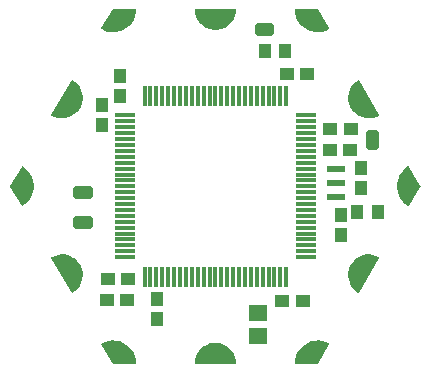
<source format=gbr>
G04 EAGLE Gerber RS-274X export*
G75*
%MOMM*%
%FSLAX34Y34*%
%LPD*%
%INSoldermask Bottom*%
%IPPOS*%
%AMOC8*
5,1,8,0,0,1.08239X$1,22.5*%
G01*
%ADD10R,1.101600X1.201600*%
%ADD11R,1.601600X1.401600*%
%ADD12R,1.201600X1.101600*%
%ADD13C,0.605878*%
%ADD14C,1.101600*%
%ADD15R,1.501597X0.501600*%
%ADD16R,1.660400X0.381600*%
%ADD17R,0.381600X1.660400*%

G36*
X363231Y195709D02*
X363231Y195709D01*
X363260Y195706D01*
X363327Y195728D01*
X363397Y195742D01*
X363421Y195759D01*
X363449Y195768D01*
X363502Y195815D01*
X363561Y195855D01*
X363577Y195879D01*
X363599Y195899D01*
X363630Y195963D01*
X363668Y196022D01*
X363673Y196051D01*
X363685Y196077D01*
X363694Y196177D01*
X363701Y196219D01*
X363698Y196229D01*
X363700Y196243D01*
X363468Y199041D01*
X363458Y199075D01*
X363454Y199123D01*
X362765Y201844D01*
X362750Y201876D01*
X362738Y201922D01*
X361610Y204494D01*
X361590Y204522D01*
X361571Y204566D01*
X360035Y206917D01*
X360011Y206941D01*
X359985Y206982D01*
X358083Y209047D01*
X358055Y209068D01*
X358022Y209103D01*
X355807Y210828D01*
X355776Y210843D01*
X355738Y210873D01*
X353268Y212209D01*
X353235Y212219D01*
X353193Y212242D01*
X352007Y212650D01*
X350553Y213149D01*
X350537Y213154D01*
X350503Y213159D01*
X350457Y213174D01*
X347688Y213636D01*
X347653Y213635D01*
X347606Y213643D01*
X344798Y213643D01*
X344764Y213636D01*
X344716Y213636D01*
X341947Y213174D01*
X341914Y213162D01*
X341867Y213154D01*
X339211Y212242D01*
X339181Y212225D01*
X339136Y212209D01*
X336666Y210873D01*
X336640Y210851D01*
X336597Y210828D01*
X334382Y209103D01*
X334359Y209077D01*
X334321Y209047D01*
X332419Y206982D01*
X332401Y206952D01*
X332369Y206917D01*
X330833Y204566D01*
X330820Y204534D01*
X330794Y204494D01*
X329666Y201922D01*
X329659Y201889D01*
X329656Y201882D01*
X329650Y201873D01*
X329649Y201867D01*
X329639Y201844D01*
X328950Y199123D01*
X328948Y199088D01*
X328936Y199041D01*
X328704Y196243D01*
X328708Y196214D01*
X328703Y196185D01*
X328720Y196116D01*
X328728Y196046D01*
X328742Y196020D01*
X328749Y195992D01*
X328791Y195935D01*
X328826Y195873D01*
X328850Y195855D01*
X328867Y195832D01*
X328928Y195796D01*
X328985Y195753D01*
X329013Y195745D01*
X329038Y195730D01*
X329136Y195714D01*
X329177Y195703D01*
X329188Y195705D01*
X329202Y195703D01*
X363202Y195703D01*
X363231Y195709D01*
G37*
G36*
X347640Y478768D02*
X347640Y478768D01*
X347688Y478768D01*
X350457Y479230D01*
X350490Y479242D01*
X350537Y479250D01*
X353193Y480162D01*
X353223Y480179D01*
X353268Y480195D01*
X355738Y481531D01*
X355764Y481553D01*
X355807Y481576D01*
X358022Y483301D01*
X358045Y483327D01*
X358083Y483357D01*
X359985Y485422D01*
X360003Y485452D01*
X360035Y485487D01*
X361571Y487838D01*
X361584Y487870D01*
X361610Y487910D01*
X362738Y490482D01*
X362745Y490515D01*
X362765Y490560D01*
X363454Y493281D01*
X363456Y493316D01*
X363468Y493363D01*
X363700Y496161D01*
X363696Y496190D01*
X363701Y496219D01*
X363685Y496288D01*
X363676Y496358D01*
X363662Y496384D01*
X363655Y496412D01*
X363613Y496469D01*
X363578Y496531D01*
X363554Y496549D01*
X363537Y496572D01*
X363476Y496608D01*
X363419Y496651D01*
X363391Y496659D01*
X363366Y496674D01*
X363268Y496690D01*
X363227Y496701D01*
X363216Y496699D01*
X363202Y496701D01*
X329202Y496701D01*
X329173Y496695D01*
X329144Y496698D01*
X329077Y496676D01*
X329007Y496662D01*
X328983Y496645D01*
X328955Y496636D01*
X328902Y496589D01*
X328843Y496549D01*
X328828Y496525D01*
X328806Y496505D01*
X328774Y496441D01*
X328736Y496382D01*
X328731Y496353D01*
X328719Y496327D01*
X328710Y496227D01*
X328703Y496185D01*
X328706Y496175D01*
X328704Y496161D01*
X328936Y493363D01*
X328946Y493329D01*
X328950Y493281D01*
X329639Y490560D01*
X329654Y490528D01*
X329666Y490482D01*
X330794Y487910D01*
X330814Y487882D01*
X330833Y487838D01*
X332369Y485487D01*
X332393Y485463D01*
X332419Y485422D01*
X334321Y483357D01*
X334349Y483336D01*
X334382Y483301D01*
X336597Y481576D01*
X336628Y481561D01*
X336666Y481531D01*
X339136Y480195D01*
X339169Y480185D01*
X339211Y480162D01*
X341867Y479250D01*
X341901Y479246D01*
X341947Y479230D01*
X344716Y478768D01*
X344751Y478769D01*
X344798Y478761D01*
X347606Y478761D01*
X347640Y478768D01*
G37*
G36*
X224809Y256012D02*
X224809Y256012D01*
X224880Y256009D01*
X224907Y256019D01*
X224936Y256021D01*
X225026Y256063D01*
X225066Y256078D01*
X225074Y256086D01*
X225087Y256092D01*
X227390Y257691D01*
X227414Y257717D01*
X227454Y257744D01*
X229463Y259701D01*
X229482Y259730D01*
X229517Y259763D01*
X231176Y262024D01*
X231191Y262055D01*
X231220Y262094D01*
X232484Y264597D01*
X232493Y264631D01*
X232515Y264674D01*
X233351Y267351D01*
X233354Y267385D01*
X233369Y267431D01*
X233752Y270210D01*
X233750Y270244D01*
X233756Y270292D01*
X233677Y273095D01*
X233669Y273129D01*
X233668Y273177D01*
X233129Y275929D01*
X233115Y275961D01*
X233106Y276009D01*
X232121Y278634D01*
X232106Y278659D01*
X232101Y278679D01*
X232093Y278690D01*
X232086Y278709D01*
X230682Y281137D01*
X230659Y281163D01*
X230635Y281205D01*
X228851Y283368D01*
X228824Y283390D01*
X228793Y283427D01*
X226677Y285268D01*
X226647Y285285D01*
X226611Y285317D01*
X224220Y286784D01*
X224188Y286795D01*
X224147Y286821D01*
X221548Y287874D01*
X221514Y287881D01*
X221469Y287899D01*
X218732Y288510D01*
X218697Y288511D01*
X218650Y288522D01*
X215850Y288674D01*
X215816Y288669D01*
X215768Y288672D01*
X212980Y288362D01*
X212947Y288351D01*
X212899Y288346D01*
X210201Y287581D01*
X210171Y287565D01*
X210124Y287552D01*
X207589Y286353D01*
X207565Y286336D01*
X207538Y286326D01*
X207486Y286277D01*
X207429Y286234D01*
X207415Y286209D01*
X207394Y286189D01*
X207365Y286124D01*
X207329Y286063D01*
X207326Y286034D01*
X207314Y286007D01*
X207313Y285936D01*
X207304Y285865D01*
X207312Y285837D01*
X207312Y285808D01*
X207346Y285715D01*
X207358Y285674D01*
X207365Y285665D01*
X207370Y285652D01*
X224370Y256252D01*
X224389Y256230D01*
X224402Y256204D01*
X224455Y256156D01*
X224502Y256103D01*
X224528Y256091D01*
X224550Y256071D01*
X224617Y256048D01*
X224681Y256018D01*
X224710Y256016D01*
X224738Y256007D01*
X224809Y256012D01*
G37*
G36*
X476588Y403735D02*
X476588Y403735D01*
X476636Y403732D01*
X479424Y404042D01*
X479457Y404053D01*
X479505Y404058D01*
X482203Y404823D01*
X482233Y404839D01*
X482280Y404852D01*
X484815Y406051D01*
X484839Y406068D01*
X484866Y406078D01*
X484918Y406127D01*
X484975Y406170D01*
X484989Y406195D01*
X485011Y406215D01*
X485039Y406280D01*
X485075Y406342D01*
X485078Y406370D01*
X485090Y406397D01*
X485091Y406468D01*
X485100Y406539D01*
X485092Y406567D01*
X485092Y406596D01*
X485058Y406689D01*
X485046Y406730D01*
X485039Y406739D01*
X485034Y406752D01*
X468034Y436152D01*
X468015Y436174D01*
X468002Y436200D01*
X467949Y436248D01*
X467902Y436301D01*
X467876Y436313D01*
X467854Y436333D01*
X467787Y436356D01*
X467723Y436386D01*
X467694Y436388D01*
X467666Y436397D01*
X467595Y436392D01*
X467524Y436395D01*
X467497Y436385D01*
X467468Y436383D01*
X467378Y436341D01*
X467338Y436326D01*
X467330Y436318D01*
X467317Y436312D01*
X465014Y434713D01*
X464990Y434688D01*
X464950Y434660D01*
X462941Y432703D01*
X462922Y432674D01*
X462887Y432641D01*
X461228Y430380D01*
X461213Y430349D01*
X461184Y430310D01*
X459920Y427807D01*
X459911Y427773D01*
X459889Y427730D01*
X459053Y425053D01*
X459050Y425019D01*
X459035Y424973D01*
X458652Y422194D01*
X458654Y422160D01*
X458648Y422112D01*
X458727Y419309D01*
X458735Y419275D01*
X458736Y419227D01*
X459275Y416475D01*
X459289Y416443D01*
X459298Y416395D01*
X460283Y413770D01*
X460301Y413740D01*
X460318Y413695D01*
X461722Y411267D01*
X461745Y411241D01*
X461769Y411200D01*
X463553Y409036D01*
X463580Y409014D01*
X463611Y408977D01*
X465727Y407136D01*
X465757Y407119D01*
X465793Y407088D01*
X468184Y405620D01*
X468216Y405609D01*
X468257Y405583D01*
X470856Y404530D01*
X470890Y404523D01*
X470935Y404505D01*
X473672Y403894D01*
X473707Y403893D01*
X473754Y403882D01*
X476554Y403730D01*
X476588Y403735D01*
G37*
G36*
X467628Y256013D02*
X467628Y256013D01*
X467699Y256012D01*
X467726Y256023D01*
X467755Y256027D01*
X467817Y256061D01*
X467882Y256089D01*
X467903Y256110D01*
X467928Y256124D01*
X467991Y256200D01*
X468021Y256231D01*
X468025Y256241D01*
X468034Y256252D01*
X485034Y285652D01*
X485043Y285680D01*
X485060Y285704D01*
X485075Y285773D01*
X485097Y285841D01*
X485095Y285870D01*
X485101Y285898D01*
X485088Y285968D01*
X485082Y286039D01*
X485069Y286065D01*
X485063Y286093D01*
X485023Y286152D01*
X484991Y286215D01*
X484968Y286234D01*
X484952Y286258D01*
X484870Y286315D01*
X484837Y286342D01*
X484827Y286345D01*
X484815Y286353D01*
X482280Y287552D01*
X482246Y287560D01*
X482203Y287581D01*
X479505Y288346D01*
X479470Y288348D01*
X479424Y288362D01*
X476636Y288672D01*
X476602Y288669D01*
X476554Y288674D01*
X473754Y288522D01*
X473720Y288513D01*
X473672Y288510D01*
X470935Y287899D01*
X470903Y287885D01*
X470856Y287874D01*
X468257Y286821D01*
X468228Y286802D01*
X468184Y286784D01*
X465793Y285317D01*
X465768Y285293D01*
X465727Y285268D01*
X463611Y283427D01*
X463590Y283400D01*
X463553Y283368D01*
X461769Y281205D01*
X461753Y281174D01*
X461722Y281137D01*
X460318Y278709D01*
X460307Y278676D01*
X460300Y278663D01*
X460290Y278649D01*
X460290Y278646D01*
X460283Y278634D01*
X459298Y276009D01*
X459292Y275974D01*
X459275Y275929D01*
X458736Y273177D01*
X458736Y273143D01*
X458727Y273095D01*
X458648Y270292D01*
X458654Y270258D01*
X458652Y270210D01*
X459035Y267431D01*
X459047Y267399D01*
X459053Y267351D01*
X459889Y264674D01*
X459906Y264643D01*
X459920Y264597D01*
X461184Y262094D01*
X461206Y262067D01*
X461228Y262024D01*
X462887Y259763D01*
X462913Y259740D01*
X462941Y259701D01*
X464950Y257744D01*
X464979Y257725D01*
X465014Y257691D01*
X467317Y256092D01*
X467344Y256080D01*
X467367Y256062D01*
X467435Y256041D01*
X467500Y256013D01*
X467529Y256013D01*
X467557Y256005D01*
X467628Y256013D01*
G37*
G36*
X218650Y403882D02*
X218650Y403882D01*
X218684Y403891D01*
X218732Y403894D01*
X221469Y404505D01*
X221501Y404519D01*
X221548Y404530D01*
X224147Y405583D01*
X224176Y405602D01*
X224220Y405620D01*
X226611Y407088D01*
X226636Y407111D01*
X226677Y407136D01*
X228793Y408977D01*
X228814Y409004D01*
X228851Y409036D01*
X230635Y411200D01*
X230651Y411230D01*
X230682Y411267D01*
X232086Y413695D01*
X232097Y413728D01*
X232121Y413770D01*
X233106Y416395D01*
X233112Y416430D01*
X233129Y416475D01*
X233668Y419227D01*
X233668Y419262D01*
X233677Y419309D01*
X233756Y422112D01*
X233751Y422146D01*
X233752Y422194D01*
X233369Y424973D01*
X233357Y425005D01*
X233351Y425053D01*
X232515Y427730D01*
X232498Y427761D01*
X232484Y427807D01*
X231220Y430310D01*
X231198Y430337D01*
X231176Y430380D01*
X229517Y432641D01*
X229491Y432664D01*
X229463Y432703D01*
X227454Y434660D01*
X227425Y434679D01*
X227390Y434713D01*
X225087Y436312D01*
X225060Y436324D01*
X225037Y436342D01*
X224969Y436363D01*
X224904Y436391D01*
X224875Y436391D01*
X224847Y436399D01*
X224776Y436391D01*
X224705Y436392D01*
X224678Y436381D01*
X224649Y436377D01*
X224587Y436343D01*
X224522Y436315D01*
X224501Y436294D01*
X224476Y436280D01*
X224413Y436204D01*
X224383Y436173D01*
X224379Y436163D01*
X224370Y436152D01*
X207370Y406752D01*
X207361Y406724D01*
X207344Y406700D01*
X207329Y406631D01*
X207307Y406563D01*
X207309Y406534D01*
X207303Y406506D01*
X207316Y406436D01*
X207322Y406365D01*
X207335Y406339D01*
X207341Y406311D01*
X207381Y406252D01*
X207413Y406189D01*
X207436Y406170D01*
X207452Y406146D01*
X207534Y406089D01*
X207567Y406062D01*
X207577Y406059D01*
X207589Y406051D01*
X210124Y404852D01*
X210158Y404844D01*
X210201Y404823D01*
X212899Y404058D01*
X212934Y404056D01*
X212980Y404042D01*
X215768Y403732D01*
X215802Y403735D01*
X215850Y403730D01*
X218650Y403882D01*
G37*
G36*
X509929Y329213D02*
X509929Y329213D01*
X510000Y329213D01*
X510027Y329224D01*
X510056Y329227D01*
X510118Y329262D01*
X510183Y329290D01*
X510204Y329310D01*
X510229Y329325D01*
X510292Y329402D01*
X510322Y329432D01*
X510326Y329442D01*
X510335Y329453D01*
X519835Y345953D01*
X519845Y345985D01*
X519854Y345998D01*
X519858Y346022D01*
X519859Y346026D01*
X519890Y346096D01*
X519890Y346120D01*
X519898Y346142D01*
X519892Y346218D01*
X519893Y346295D01*
X519883Y346319D01*
X519882Y346340D01*
X519861Y346379D01*
X519835Y346451D01*
X510335Y362951D01*
X510316Y362973D01*
X510303Y362999D01*
X510250Y363047D01*
X510203Y363100D01*
X510177Y363113D01*
X510156Y363132D01*
X510088Y363155D01*
X510024Y363186D01*
X509995Y363188D01*
X509968Y363197D01*
X509896Y363192D01*
X509825Y363195D01*
X509798Y363185D01*
X509769Y363183D01*
X509679Y363141D01*
X509639Y363126D01*
X509631Y363119D01*
X509618Y363113D01*
X507095Y361371D01*
X507071Y361347D01*
X507033Y361320D01*
X504821Y359196D01*
X504802Y359168D01*
X504768Y359136D01*
X502926Y356685D01*
X502912Y356654D01*
X502883Y356617D01*
X501458Y353902D01*
X501449Y353871D01*
X501433Y353846D01*
X501432Y353838D01*
X501427Y353828D01*
X500456Y350920D01*
X500452Y350886D01*
X500437Y350842D01*
X499945Y347815D01*
X499946Y347781D01*
X499938Y347735D01*
X499938Y344669D01*
X499939Y344665D01*
X499939Y344663D01*
X499945Y344636D01*
X499945Y344589D01*
X500437Y341562D01*
X500449Y341531D01*
X500456Y341484D01*
X501427Y338576D01*
X501444Y338547D01*
X501458Y338502D01*
X502883Y335787D01*
X502905Y335761D01*
X502926Y335719D01*
X504768Y333268D01*
X504793Y333245D01*
X504821Y333208D01*
X507033Y331084D01*
X507061Y331066D01*
X507095Y331033D01*
X509618Y329291D01*
X509645Y329280D01*
X509667Y329261D01*
X509736Y329241D01*
X509801Y329213D01*
X509830Y329213D01*
X509858Y329205D01*
X509929Y329213D01*
G37*
G36*
X182508Y329212D02*
X182508Y329212D01*
X182579Y329209D01*
X182606Y329219D01*
X182635Y329221D01*
X182725Y329263D01*
X182765Y329278D01*
X182773Y329285D01*
X182786Y329291D01*
X185309Y331033D01*
X185333Y331057D01*
X185371Y331084D01*
X187583Y333208D01*
X187602Y333236D01*
X187636Y333268D01*
X189478Y335719D01*
X189492Y335750D01*
X189521Y335787D01*
X190946Y338502D01*
X190955Y338535D01*
X190977Y338576D01*
X191948Y341484D01*
X191952Y341518D01*
X191967Y341562D01*
X192459Y344589D01*
X192458Y344623D01*
X192466Y344669D01*
X192466Y347735D01*
X192459Y347768D01*
X192459Y347815D01*
X191967Y350842D01*
X191955Y350873D01*
X191948Y350920D01*
X190977Y353828D01*
X190964Y353851D01*
X190958Y353876D01*
X190951Y353885D01*
X190946Y353902D01*
X189521Y356617D01*
X189499Y356643D01*
X189478Y356685D01*
X187636Y359136D01*
X187611Y359159D01*
X187583Y359196D01*
X185371Y361320D01*
X185343Y361338D01*
X185309Y361371D01*
X182786Y363113D01*
X182759Y363124D01*
X182737Y363143D01*
X182668Y363163D01*
X182603Y363191D01*
X182574Y363191D01*
X182546Y363199D01*
X182475Y363191D01*
X182404Y363192D01*
X182377Y363180D01*
X182348Y363177D01*
X182286Y363142D01*
X182221Y363114D01*
X182200Y363094D01*
X182175Y363079D01*
X182112Y363002D01*
X182082Y362972D01*
X182078Y362962D01*
X182069Y362951D01*
X172569Y346451D01*
X172545Y346378D01*
X172514Y346308D01*
X172514Y346284D01*
X172506Y346262D01*
X172513Y346186D01*
X172512Y346109D01*
X172521Y346085D01*
X172522Y346064D01*
X172543Y346025D01*
X172562Y345973D01*
X172563Y345967D01*
X172565Y345965D01*
X172569Y345953D01*
X182069Y329453D01*
X182088Y329431D01*
X182101Y329405D01*
X182154Y329357D01*
X182201Y329304D01*
X182227Y329291D01*
X182249Y329272D01*
X182316Y329249D01*
X182380Y329218D01*
X182409Y329217D01*
X182436Y329207D01*
X182508Y329212D01*
G37*
G36*
X432878Y195718D02*
X432878Y195718D01*
X432956Y195727D01*
X432975Y195738D01*
X432997Y195742D01*
X433061Y195786D01*
X433129Y195825D01*
X433145Y195844D01*
X433161Y195855D01*
X433185Y195893D01*
X433235Y195953D01*
X442735Y212453D01*
X442744Y212480D01*
X442760Y212504D01*
X442775Y212574D01*
X442798Y212642D01*
X442795Y212670D01*
X442801Y212698D01*
X442788Y212769D01*
X442782Y212840D01*
X442769Y212865D01*
X442763Y212893D01*
X442723Y212953D01*
X442690Y213016D01*
X442668Y213034D01*
X442652Y213058D01*
X442569Y213116D01*
X442537Y213143D01*
X442526Y213146D01*
X442516Y213153D01*
X439750Y214462D01*
X439717Y214470D01*
X439674Y214490D01*
X436734Y215338D01*
X436700Y215341D01*
X436656Y215354D01*
X433618Y215719D01*
X433584Y215716D01*
X433537Y215722D01*
X430480Y215595D01*
X430447Y215587D01*
X430400Y215586D01*
X427403Y214970D01*
X427372Y214957D01*
X427326Y214948D01*
X424466Y213859D01*
X424438Y213841D01*
X424394Y213825D01*
X421746Y212291D01*
X421720Y212269D01*
X421680Y212246D01*
X419312Y210308D01*
X419290Y210281D01*
X419254Y210252D01*
X417227Y207959D01*
X417211Y207930D01*
X417179Y207895D01*
X415547Y205307D01*
X415535Y205275D01*
X415510Y205236D01*
X414314Y202419D01*
X414307Y202386D01*
X414304Y202379D01*
X414300Y202373D01*
X414299Y202367D01*
X414288Y202343D01*
X413560Y199371D01*
X413558Y199337D01*
X413547Y199292D01*
X413304Y196242D01*
X413308Y196213D01*
X413303Y196185D01*
X413320Y196116D01*
X413328Y196044D01*
X413343Y196020D01*
X413349Y195992D01*
X413392Y195934D01*
X413428Y195872D01*
X413450Y195855D01*
X413467Y195832D01*
X413529Y195795D01*
X413586Y195752D01*
X413614Y195745D01*
X413638Y195730D01*
X413738Y195714D01*
X413779Y195703D01*
X413789Y195705D01*
X413802Y195703D01*
X432802Y195703D01*
X432878Y195718D01*
G37*
G36*
X433571Y476687D02*
X433571Y476687D01*
X433618Y476685D01*
X436656Y477050D01*
X436688Y477061D01*
X436734Y477066D01*
X439674Y477914D01*
X439704Y477930D01*
X439750Y477942D01*
X442516Y479251D01*
X442538Y479268D01*
X442565Y479278D01*
X442617Y479327D01*
X442675Y479370D01*
X442689Y479395D01*
X442710Y479414D01*
X442739Y479480D01*
X442775Y479542D01*
X442778Y479570D01*
X442790Y479596D01*
X442791Y479668D01*
X442800Y479739D01*
X442792Y479766D01*
X442793Y479795D01*
X442757Y479890D01*
X442746Y479930D01*
X442739Y479939D01*
X442735Y479951D01*
X433235Y496451D01*
X433183Y496510D01*
X433137Y496572D01*
X433118Y496583D01*
X433103Y496600D01*
X433033Y496634D01*
X432966Y496674D01*
X432942Y496678D01*
X432924Y496686D01*
X432879Y496688D01*
X432802Y496701D01*
X413802Y496701D01*
X413774Y496696D01*
X413746Y496698D01*
X413678Y496676D01*
X413607Y496662D01*
X413584Y496646D01*
X413557Y496637D01*
X413502Y496590D01*
X413443Y496549D01*
X413428Y496525D01*
X413407Y496507D01*
X413375Y496442D01*
X413336Y496382D01*
X413331Y496354D01*
X413319Y496328D01*
X413310Y496227D01*
X413303Y496185D01*
X413305Y496175D01*
X413304Y496162D01*
X413547Y493112D01*
X413556Y493080D01*
X413560Y493033D01*
X414288Y490061D01*
X414303Y490030D01*
X414314Y489985D01*
X415510Y487168D01*
X415529Y487140D01*
X415547Y487097D01*
X417179Y484509D01*
X417203Y484485D01*
X417227Y484445D01*
X419254Y482152D01*
X419281Y482132D01*
X419312Y482096D01*
X421680Y480158D01*
X421710Y480142D01*
X421746Y480113D01*
X424394Y478580D01*
X424426Y478569D01*
X424466Y478545D01*
X427326Y477457D01*
X427359Y477451D01*
X427403Y477434D01*
X430400Y476818D01*
X430434Y476818D01*
X430480Y476809D01*
X433537Y476682D01*
X433571Y476687D01*
G37*
G36*
X278630Y195708D02*
X278630Y195708D01*
X278658Y195706D01*
X278726Y195728D01*
X278797Y195742D01*
X278820Y195758D01*
X278847Y195767D01*
X278902Y195814D01*
X278961Y195855D01*
X278976Y195879D01*
X278998Y195897D01*
X279029Y195962D01*
X279068Y196022D01*
X279073Y196050D01*
X279085Y196076D01*
X279094Y196177D01*
X279101Y196219D01*
X279099Y196229D01*
X279100Y196242D01*
X278857Y199292D01*
X278848Y199324D01*
X278844Y199371D01*
X278116Y202343D01*
X278101Y202374D01*
X278090Y202419D01*
X276894Y205236D01*
X276875Y205264D01*
X276857Y205307D01*
X275225Y207895D01*
X275201Y207919D01*
X275177Y207959D01*
X273150Y210252D01*
X273123Y210272D01*
X273092Y210308D01*
X270725Y212246D01*
X270694Y212262D01*
X270658Y212291D01*
X268010Y213825D01*
X267978Y213835D01*
X267938Y213859D01*
X265078Y214948D01*
X265045Y214953D01*
X265001Y214970D01*
X262004Y215586D01*
X261970Y215586D01*
X261924Y215595D01*
X258867Y215722D01*
X258833Y215717D01*
X258786Y215719D01*
X255748Y215354D01*
X255716Y215343D01*
X255670Y215338D01*
X252730Y214490D01*
X252700Y214474D01*
X252655Y214462D01*
X249889Y213153D01*
X249866Y213136D01*
X249839Y213126D01*
X249787Y213077D01*
X249729Y213034D01*
X249715Y213009D01*
X249694Y212990D01*
X249665Y212924D01*
X249629Y212862D01*
X249626Y212834D01*
X249614Y212808D01*
X249613Y212736D01*
X249604Y212665D01*
X249612Y212638D01*
X249612Y212609D01*
X249647Y212514D01*
X249658Y212474D01*
X249665Y212465D01*
X249669Y212453D01*
X259169Y195953D01*
X259221Y195895D01*
X259267Y195832D01*
X259286Y195821D01*
X259301Y195804D01*
X259371Y195770D01*
X259438Y195730D01*
X259463Y195726D01*
X259480Y195718D01*
X259525Y195716D01*
X259602Y195703D01*
X278602Y195703D01*
X278630Y195708D01*
G37*
G36*
X261924Y476809D02*
X261924Y476809D01*
X261957Y476817D01*
X262004Y476818D01*
X265001Y477434D01*
X265032Y477447D01*
X265078Y477457D01*
X267938Y478545D01*
X267967Y478563D01*
X268010Y478580D01*
X270658Y480113D01*
X270684Y480135D01*
X270725Y480158D01*
X273092Y482096D01*
X273114Y482123D01*
X273150Y482152D01*
X275177Y484445D01*
X275194Y484474D01*
X275225Y484509D01*
X276857Y487097D01*
X276869Y487129D01*
X276894Y487168D01*
X278090Y489985D01*
X278097Y490018D01*
X278116Y490061D01*
X278844Y493033D01*
X278846Y493067D01*
X278857Y493112D01*
X279100Y496162D01*
X279096Y496191D01*
X279101Y496219D01*
X279084Y496288D01*
X279076Y496360D01*
X279062Y496384D01*
X279055Y496412D01*
X279012Y496470D01*
X278977Y496532D01*
X278954Y496549D01*
X278937Y496572D01*
X278875Y496609D01*
X278818Y496652D01*
X278790Y496659D01*
X278766Y496674D01*
X278666Y496690D01*
X278625Y496701D01*
X278615Y496699D01*
X278602Y496701D01*
X259602Y496701D01*
X259526Y496686D01*
X259448Y496677D01*
X259429Y496666D01*
X259407Y496662D01*
X259343Y496618D01*
X259275Y496579D01*
X259259Y496560D01*
X259243Y496549D01*
X259219Y496511D01*
X259169Y496451D01*
X249669Y479951D01*
X249660Y479924D01*
X249644Y479900D01*
X249629Y479830D01*
X249606Y479762D01*
X249609Y479734D01*
X249603Y479706D01*
X249617Y479636D01*
X249622Y479564D01*
X249635Y479539D01*
X249641Y479511D01*
X249681Y479451D01*
X249714Y479388D01*
X249736Y479370D01*
X249752Y479346D01*
X249835Y479288D01*
X249867Y479261D01*
X249878Y479258D01*
X249889Y479251D01*
X252655Y477942D01*
X252688Y477934D01*
X252730Y477914D01*
X255670Y477066D01*
X255704Y477063D01*
X255748Y477050D01*
X258786Y476685D01*
X258820Y476688D01*
X258867Y476682D01*
X261924Y476809D01*
G37*
D10*
X469301Y344560D03*
X469301Y361560D03*
X404920Y460756D03*
X387920Y460756D03*
D11*
X382524Y238862D03*
X382524Y219862D03*
D10*
X452120Y305344D03*
X452120Y322344D03*
X265176Y422792D03*
X265176Y439792D03*
D12*
X271898Y267462D03*
X254898Y267462D03*
X406790Y441706D03*
X423790Y441706D03*
X443112Y377190D03*
X460112Y377190D03*
D10*
X483480Y324866D03*
X466480Y324866D03*
D13*
X392829Y481777D02*
X381871Y481777D01*
X392829Y481777D02*
X392829Y476819D01*
X381871Y476819D01*
X381871Y481777D01*
X476311Y391051D02*
X476311Y380093D01*
X476311Y391051D02*
X481269Y391051D01*
X481269Y380093D01*
X476311Y380093D01*
X476311Y385849D02*
X481269Y385849D01*
D14*
X428802Y489302D03*
X511402Y346202D03*
X428802Y203102D03*
X263602Y203102D03*
X181002Y346202D03*
X263602Y489302D03*
X470102Y417702D03*
X470102Y274702D03*
X346202Y203102D03*
X222302Y274702D03*
X222302Y417702D03*
X346202Y489302D03*
D13*
X239159Y318709D02*
X228201Y318709D01*
X239159Y318709D02*
X239159Y313751D01*
X228201Y313751D01*
X228201Y318709D01*
X228201Y344109D02*
X239159Y344109D01*
X239159Y339151D01*
X228201Y339151D01*
X228201Y344109D01*
D15*
X448310Y361250D03*
X448310Y349250D03*
X448310Y337250D03*
D12*
X443620Y394970D03*
X460620Y394970D03*
X271644Y250190D03*
X254644Y250190D03*
X402980Y248920D03*
X419980Y248920D03*
D10*
X250190Y397900D03*
X250190Y414900D03*
X296672Y251070D03*
X296672Y234070D03*
D16*
X422985Y406202D03*
X422985Y401202D03*
X422985Y396202D03*
X422985Y391202D03*
X422985Y386202D03*
X422985Y381202D03*
X422985Y376202D03*
X422985Y371202D03*
X422985Y366202D03*
X422985Y361202D03*
X422985Y356202D03*
X422985Y351202D03*
X422985Y346202D03*
X422985Y341202D03*
X422985Y336202D03*
X422985Y331202D03*
X422985Y326202D03*
X422985Y321202D03*
X422985Y316202D03*
X422985Y311202D03*
X422985Y306202D03*
X422985Y301202D03*
X422985Y296202D03*
X422985Y291202D03*
X422985Y286202D03*
D17*
X406202Y269419D03*
X401202Y269419D03*
X396202Y269419D03*
X391202Y269419D03*
X386202Y269419D03*
X381202Y269419D03*
X376202Y269419D03*
X371202Y269419D03*
X366202Y269419D03*
X361202Y269419D03*
X356202Y269419D03*
X351202Y269419D03*
X346202Y269419D03*
X341202Y269419D03*
X336202Y269419D03*
X331202Y269419D03*
X326202Y269419D03*
X321202Y269419D03*
X316202Y269419D03*
X311202Y269419D03*
X306202Y269419D03*
X301202Y269419D03*
X296202Y269419D03*
X291202Y269419D03*
X286202Y269419D03*
D16*
X269419Y286202D03*
X269419Y291202D03*
X269419Y296202D03*
X269419Y301202D03*
X269419Y306202D03*
X269419Y311202D03*
X269419Y316202D03*
X269419Y321202D03*
X269419Y326202D03*
X269419Y331202D03*
X269419Y336202D03*
X269419Y341202D03*
X269419Y346202D03*
X269419Y351202D03*
X269419Y356202D03*
X269419Y361202D03*
X269419Y366202D03*
X269419Y371202D03*
X269419Y376202D03*
X269419Y381202D03*
X269419Y386202D03*
X269419Y391202D03*
X269419Y396202D03*
X269419Y401202D03*
X269419Y406202D03*
D17*
X286202Y422985D03*
X291202Y422985D03*
X296202Y422985D03*
X301202Y422985D03*
X306202Y422985D03*
X311202Y422985D03*
X316202Y422985D03*
X321202Y422985D03*
X326202Y422985D03*
X331202Y422985D03*
X336202Y422985D03*
X341202Y422985D03*
X346202Y422985D03*
X351202Y422985D03*
X356202Y422985D03*
X361202Y422985D03*
X366202Y422985D03*
X371202Y422985D03*
X376202Y422985D03*
X381202Y422985D03*
X386202Y422985D03*
X391202Y422985D03*
X396202Y422985D03*
X401202Y422985D03*
X406202Y422985D03*
M02*

</source>
